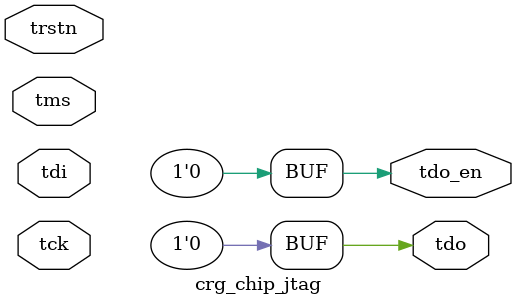
<source format=v>

module crg_chip_jtag (tdi, trstn, tck, tms, tdo, tdo_en);

   input   tdi, trstn, tck, tms;  
   output  tdo, tdo_en;  
   
   wire tdo     = 1'b0;
   wire tdo_en  = 1'b0;

   crg_bscan_cell I_crg_bscan_cell (
                                    .a          (1'b0),
                                    .y          ());


endmodule 


</source>
